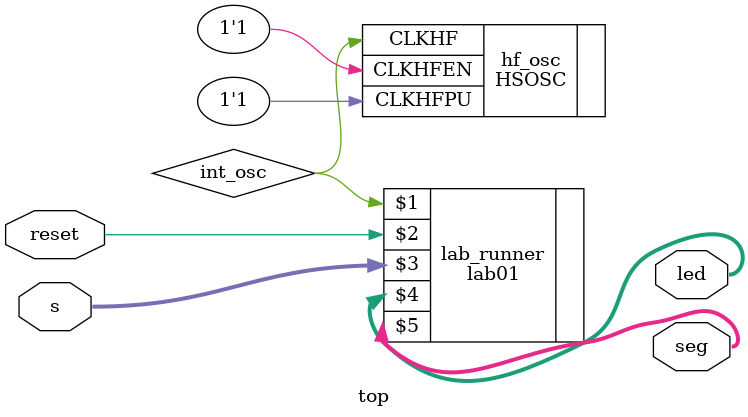
<source format=sv>
/***
	The top-level module for lab 1 of MicroP's.
	
	Consists of two inputs: a reset and a set of switches. Is combinational logic.
	The output is to control on board LED's and a bread-boarded 7-segment led matrix.
	
	Calls on two separate modules:
	* HSOSC: generates a clock running at 48MHz
	* lab01: runs and generates the led and segment outputs desired in lab 01

	author: zoe worrall
	version: 9/1/2024
	contact: zworrall@g.hmc.edu
*/

module top(
     input   logic 		 reset,
	 input	 logic [3:0] s,
     output  logic [2:0] led,
	 output  logic [6:0] seg
);

		// create a way to iterate through the clock and track the number of counts until 2.4 Hz is reached
	   logic int_osc;
	   
	   // copied from the initial iCE40_Demo file
	   // Internal high-speed oscillator
	   HSOSC #(.CLKHF_DIV(2'b00))  // by setting bits to 00, it tells the clock to run at 48MHz
			 hf_osc (.CLKHFPU(1'b1), .CLKHFEN(1'b1), .CLKHF(int_osc));
	  
	  lab01 lab_runner(int_osc, reset, s, led, seg);
endmodule

// seven_segs this_seg
  // how to make testbench
	// seven_seg_tb.sv
	// don't compile it -- exclude from implementation
</source>
